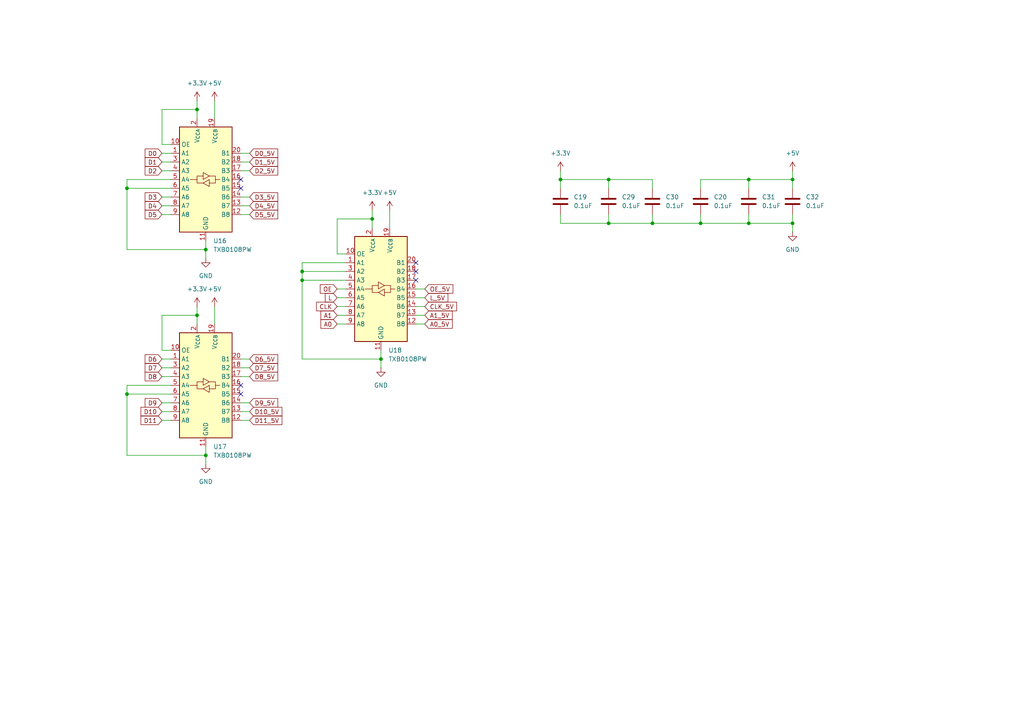
<source format=kicad_sch>
(kicad_sch (version 20250114) (generator "eeschema") (generator_version "9.0")
  (paper "A4")
  (lib_symbols
    (symbol "Device:C" (pin_numbers (hide yes)) (pin_names (offset 0.254))
      (property "Reference" "C" (at 0.635 2.54 0))
      (property "Value" "C" (at 0.635 -2.54 0))
      (symbol "C_0_1"
        (polyline (pts (xy -2.032 0.762) (xy 2.032 0.762)) (stroke (width 0.508)))
        (polyline (pts (xy -2.032 -0.762) (xy 2.032 -0.762)) (stroke (width 0.508)))
      )
      (symbol "C_1_1"
        (pin passive line (at 0 3.81 270) (length 2.794) (name "~") (number "1"))
        (pin passive line (at 0 -3.81 90) (length 2.794) (name "~") (number "2"))
      )
    )
    (symbol "Logic_LevelTranslator:TXB0108PW"
      (property "Reference" "U" (at -6.35 16.51 0))
      (property "Value" "TXB0108PW" (at 3.81 16.51 0))
      (symbol "TXB0108PW_0_1"
        (rectangle (start -7.62 15.24) (end 7.62 -15.24) (stroke (width 0.254)) (fill (type background)))
        (polyline (pts (xy -2.54 0) (xy -2.54 1.016) (xy -0.762 1.016)))
        (polyline (pts (xy -0.762 -1.016) (xy -2.54 -1.016) (xy -2.54 0) (xy -4.572 0)))
        (polyline (pts (xy -0.762 -1.016) (xy 1.016 0) (xy 1.016 -2.032) (xy -0.762 -1.016)))
        (polyline (pts (xy 1.016 1.016) (xy -0.762 0) (xy -0.762 2.032) (xy 1.016 1.016)))
        (polyline (pts (xy 1.016 1.016) (xy 2.794 1.016) (xy 2.794 0) (xy 4.064 0)))
        (polyline (pts (xy 2.794 0) (xy 2.794 -1.016) (xy 1.016 -1.016)))
      )
      (symbol "TXB0108PW_1_1"
        (pin input line (at -10.16 10.16 0) (length 2.54) (name "OE") (number "10"))
        (pin bidirectional line (at -10.16 7.62 0) (length 2.54) (name "A1") (number "1"))
        (pin bidirectional line (at -10.16 5.08 0) (length 2.54) (name "A2") (number "3"))
        (pin bidirectional line (at -10.16 2.54 0) (length 2.54) (name "A3") (number "4"))
        (pin bidirectional line (at -10.16 0 0) (length 2.54) (name "A4") (number "5"))
        (pin bidirectional line (at -10.16 -2.54 0) (length 2.54) (name "A5") (number "6"))
        (pin bidirectional line (at -10.16 -5.08 0) (length 2.54) (name "A6") (number "7"))
        (pin bidirectional line (at -10.16 -7.62 0) (length 2.54) (name "A7") (number "8"))
        (pin bidirectional line (at -10.16 -10.16 0) (length 2.54) (name "A8") (number "9"))
        (pin power_in line (at -2.54 17.78 270) (length 2.54) (name "V_{CCA}") (number "2"))
        (pin power_in line (at 0 -17.78 90) (length 2.54) (name "GND") (number "11"))
        (pin power_in line (at 2.54 17.78 270) (length 2.54) (name "V_{CCB}") (number "19"))
        (pin bidirectional line (at 10.16 7.62 180) (length 2.54) (name "B1") (number "20"))
        (pin bidirectional line (at 10.16 5.08 180) (length 2.54) (name "B2") (number "18"))
        (pin bidirectional line (at 10.16 2.54 180) (length 2.54) (name "B3") (number "17"))
        (pin bidirectional line (at 10.16 0 180) (length 2.54) (name "B4") (number "16"))
        (pin bidirectional line (at 10.16 -2.54 180) (length 2.54) (name "B5") (number "15"))
        (pin bidirectional line (at 10.16 -5.08 180) (length 2.54) (name "B6") (number "14"))
        (pin bidirectional line (at 10.16 -7.62 180) (length 2.54) (name "B7") (number "13"))
        (pin bidirectional line (at 10.16 -10.16 180) (length 2.54) (name "B8") (number "12"))
      )
    )
    (symbol "power:+3.3V" (power) (pin_numbers (hide yes)) (pin_names (offset 0) (hide yes))
      (property "Value" "+3.3V" (at 0 3.556 0))
      (symbol "+3.3V_0_1"
        (polyline (pts (xy -0.762 1.27) (xy 0 2.54)))
        (polyline (pts (xy 0 2.54) (xy 0.762 1.27)))
        (polyline (pts (xy 0 0) (xy 0 2.54)))
      )
      (symbol "+3.3V_1_1"
        (pin power_in line (at 0 0 90) (length 0) (name "~") (number "1"))
      )
    )
    (symbol "power:+5V" (power) (pin_numbers (hide yes)) (pin_names (offset 0) (hide yes))
      (property "Value" "+5V" (at 0 3.556 0))
      (symbol "+5V_0_1"
        (polyline (pts (xy -0.762 1.27) (xy 0 2.54)))
        (polyline (pts (xy 0 2.54) (xy 0.762 1.27)))
        (polyline (pts (xy 0 0) (xy 0 2.54)))
      )
      (symbol "+5V_1_1"
        (pin power_in line (at 0 0 90) (length 0) (name "~") (number "1"))
      )
    )
    (symbol "power:GND" (power) (pin_numbers (hide yes)) (pin_names (offset 0) (hide yes))
      (property "Value" "GND" (at 0 -3.81 0))
      (symbol "GND_0_1"
        (polyline (pts (xy 0 0) (xy 0 -1.27) (xy 1.27 -1.27) (xy 0 -2.54) (xy -1.27 -1.27) (xy 0 -1.27)))
      )
      (symbol "GND_1_1"
        (pin power_in line (at 0 0 270) (length 0) (name "~") (number "1"))
      )
    )
  )
  (junction (at 229.87 64.77))
  (junction (at 59.69 72.39))
  (junction (at 110.49 104.14))
  (junction (at 87.63 81.28))
  (junction (at 36.83 54.61))
  (junction (at 217.17 52.07))
  (junction (at 176.53 64.77))
  (junction (at 107.95 63.5))
  (junction (at 229.87 52.07))
  (junction (at 217.17 64.77))
  (junction (at 57.15 31.75))
  (junction (at 57.15 91.44))
  (junction (at 162.56 52.07))
  (junction (at 59.69 132.08))
  (junction (at 176.53 52.07))
  (junction (at 189.23 64.77))
  (junction (at 87.63 78.74))
  (junction (at 36.83 114.3))
  (junction (at 203.2 64.77))
  (no_connect (at 69.85 111.76))
  (no_connect (at 69.85 54.61))
  (no_connect (at 69.85 114.3))
  (no_connect (at 120.65 81.28))
  (no_connect (at 120.65 78.74))
  (no_connect (at 120.65 76.2))
  (no_connect (at 69.85 52.07))
  (wire (pts (xy 162.56 52.07) (xy 176.53 52.07)))
  (wire (pts (xy 97.79 73.66) (xy 97.79 63.5)))
  (wire (pts (xy 57.15 91.44) (xy 57.15 93.98)))
  (wire (pts (xy 120.65 88.9) (xy 123.19 88.9)))
  (wire (pts (xy 57.15 88.9) (xy 57.15 91.44)))
  (wire (pts (xy 162.56 54.61) (xy 162.56 52.07)))
  (wire (pts (xy 72.39 106.68) (xy 69.85 106.68)))
  (wire (pts (xy 189.23 62.23) (xy 189.23 64.77)))
  (wire (pts (xy 72.39 121.92) (xy 69.85 121.92)))
  (wire (pts (xy 217.17 52.07) (xy 229.87 52.07)))
  (wire (pts (xy 97.79 83.82) (xy 100.33 83.82)))
  (wire (pts (xy 176.53 52.07) (xy 176.53 54.61)))
  (wire (pts (xy 72.39 104.14) (xy 69.85 104.14)))
  (wire (pts (xy 203.2 62.23) (xy 203.2 64.77)))
  (wire (pts (xy 69.85 46.99) (xy 72.39 46.99)))
  (wire (pts (xy 46.99 46.99) (xy 49.53 46.99)))
  (wire (pts (xy 46.99 44.45) (xy 49.53 44.45)))
  (wire (pts (xy 62.23 88.9) (xy 62.23 93.98)))
  (wire (pts (xy 46.99 101.6) (xy 46.99 91.44)))
  (wire (pts (xy 46.99 57.15) (xy 49.53 57.15)))
  (wire (pts (xy 107.95 63.5) (xy 107.95 66.04)))
  (wire (pts (xy 87.63 78.74) (xy 87.63 81.28)))
  (wire (pts (xy 59.69 69.85) (xy 59.69 72.39)))
  (wire (pts (xy 46.99 104.14) (xy 49.53 104.14)))
  (wire (pts (xy 72.39 119.38) (xy 69.85 119.38)))
  (wire (pts (xy 69.85 57.15) (xy 72.39 57.15)))
  (wire (pts (xy 162.56 64.77) (xy 176.53 64.77)))
  (wire (pts (xy 107.95 60.96) (xy 107.95 63.5)))
  (wire (pts (xy 36.83 72.39) (xy 59.69 72.39)))
  (wire (pts (xy 189.23 64.77) (xy 203.2 64.77)))
  (wire (pts (xy 72.39 116.84) (xy 69.85 116.84)))
  (wire (pts (xy 176.53 64.77) (xy 189.23 64.77)))
  (wire (pts (xy 229.87 52.07) (xy 229.87 54.61)))
  (wire (pts (xy 87.63 78.74) (xy 100.33 78.74)))
  (wire (pts (xy 36.83 132.08) (xy 36.83 114.3)))
  (wire (pts (xy 189.23 54.61) (xy 189.23 52.07)))
  (wire (pts (xy 97.79 88.9) (xy 100.33 88.9)))
  (wire (pts (xy 87.63 81.28) (xy 87.63 104.14)))
  (wire (pts (xy 162.56 62.23) (xy 162.56 64.77)))
  (wire (pts (xy 97.79 91.44) (xy 100.33 91.44)))
  (wire (pts (xy 36.83 54.61) (xy 36.83 72.39)))
  (wire (pts (xy 46.99 119.38) (xy 49.53 119.38)))
  (wire (pts (xy 46.99 41.91) (xy 46.99 31.75)))
  (wire (pts (xy 59.69 132.08) (xy 36.83 132.08)))
  (wire (pts (xy 87.63 104.14) (xy 110.49 104.14)))
  (wire (pts (xy 46.99 91.44) (xy 57.15 91.44)))
  (wire (pts (xy 229.87 49.53) (xy 229.87 52.07)))
  (wire (pts (xy 87.63 81.28) (xy 100.33 81.28)))
  (wire (pts (xy 229.87 64.77) (xy 229.87 67.31)))
  (wire (pts (xy 120.65 93.98) (xy 123.19 93.98)))
  (wire (pts (xy 217.17 52.07) (xy 217.17 54.61)))
  (wire (pts (xy 120.65 83.82) (xy 123.19 83.82)))
  (wire (pts (xy 49.53 54.61) (xy 36.83 54.61)))
  (wire (pts (xy 87.63 76.2) (xy 87.63 78.74)))
  (wire (pts (xy 203.2 52.07) (xy 217.17 52.07)))
  (wire (pts (xy 46.99 109.22) (xy 49.53 109.22)))
  (wire (pts (xy 69.85 59.69) (xy 72.39 59.69)))
  (wire (pts (xy 69.85 62.23) (xy 72.39 62.23)))
  (wire (pts (xy 97.79 63.5) (xy 107.95 63.5)))
  (wire (pts (xy 120.65 86.36) (xy 123.19 86.36)))
  (wire (pts (xy 62.23 29.21) (xy 62.23 34.29)))
  (wire (pts (xy 49.53 101.6) (xy 46.99 101.6)))
  (wire (pts (xy 69.85 49.53) (xy 72.39 49.53)))
  (wire (pts (xy 203.2 64.77) (xy 217.17 64.77)))
  (wire (pts (xy 36.83 111.76) (xy 49.53 111.76)))
  (wire (pts (xy 217.17 64.77) (xy 229.87 64.77)))
  (wire (pts (xy 176.53 62.23) (xy 176.53 64.77)))
  (wire (pts (xy 57.15 29.21) (xy 57.15 31.75)))
  (wire (pts (xy 49.53 41.91) (xy 46.99 41.91)))
  (wire (pts (xy 176.53 52.07) (xy 189.23 52.07)))
  (wire (pts (xy 217.17 62.23) (xy 217.17 64.77)))
  (wire (pts (xy 110.49 106.68) (xy 110.49 104.14)))
  (wire (pts (xy 36.83 114.3) (xy 49.53 114.3)))
  (wire (pts (xy 49.53 52.07) (xy 36.83 52.07)))
  (wire (pts (xy 46.99 121.92) (xy 49.53 121.92)))
  (wire (pts (xy 46.99 62.23) (xy 49.53 62.23)))
  (wire (pts (xy 46.99 106.68) (xy 49.53 106.68)))
  (wire (pts (xy 203.2 52.07) (xy 203.2 54.61)))
  (wire (pts (xy 97.79 86.36) (xy 100.33 86.36)))
  (wire (pts (xy 120.65 91.44) (xy 123.19 91.44)))
  (wire (pts (xy 162.56 49.53) (xy 162.56 52.07)))
  (wire (pts (xy 100.33 76.2) (xy 87.63 76.2)))
  (wire (pts (xy 59.69 129.54) (xy 59.69 132.08)))
  (wire (pts (xy 46.99 31.75) (xy 57.15 31.75)))
  (wire (pts (xy 57.15 31.75) (xy 57.15 34.29)))
  (wire (pts (xy 100.33 73.66) (xy 97.79 73.66)))
  (wire (pts (xy 46.99 59.69) (xy 49.53 59.69)))
  (wire (pts (xy 46.99 49.53) (xy 49.53 49.53)))
  (wire (pts (xy 113.03 60.96) (xy 113.03 66.04)))
  (wire (pts (xy 72.39 109.22) (xy 69.85 109.22)))
  (wire (pts (xy 229.87 64.77) (xy 229.87 62.23)))
  (wire (pts (xy 46.99 116.84) (xy 49.53 116.84)))
  (wire (pts (xy 36.83 114.3) (xy 36.83 111.76)))
  (wire (pts (xy 36.83 52.07) (xy 36.83 54.61)))
  (wire (pts (xy 110.49 101.6) (xy 110.49 104.14)))
  (wire (pts (xy 59.69 72.39) (xy 59.69 74.93)))
  (wire (pts (xy 97.79 93.98) (xy 100.33 93.98)))
  (wire (pts (xy 69.85 44.45) (xy 72.39 44.45)))
  (wire (pts (xy 59.69 132.08) (xy 59.69 134.62)))
  (global_label "D5_5V" (shape input) (at 72.39 62.23 0) (property "Intersheetrefs" "${INTERSHEET_REFS}" (effects (hide yes))))
  (global_label "D3_5V" (shape input) (at 72.39 57.15 0) (property "Intersheetrefs" "${INTERSHEET_REFS}" (effects (hide yes))))
  (global_label "D6" (shape input) (at 46.99 104.14 180) (property "Intersheetrefs" "${INTERSHEET_REFS}" (effects (hide yes))))
  (global_label "D7_5V" (shape input) (at 72.39 106.68 0) (property "Intersheetrefs" "${INTERSHEET_REFS}" (effects (hide yes))))
  (global_label "D10" (shape input) (at 46.99 119.38 180) (property "Intersheetrefs" "${INTERSHEET_REFS}" (effects (hide yes))))
  (global_label "D5" (shape input) (at 46.99 62.23 180) (property "Intersheetrefs" "${INTERSHEET_REFS}" (effects (hide yes))))
  (global_label "D6_5V" (shape input) (at 72.39 104.14 0) (property "Intersheetrefs" "${INTERSHEET_REFS}" (effects (hide yes))))
  (global_label "D8" (shape input) (at 46.99 109.22 180) (property "Intersheetrefs" "${INTERSHEET_REFS}" (effects (hide yes))))
  (global_label "D0" (shape input) (at 46.99 44.45 180) (property "Intersheetrefs" "${INTERSHEET_REFS}" (effects (hide yes))))
  (global_label "L_5V" (shape input) (at 123.19 86.36 0) (property "Intersheetrefs" "${INTERSHEET_REFS}" (effects (hide yes))))
  (global_label "A1_5V" (shape input) (at 123.19 91.44 0) (property "Intersheetrefs" "${INTERSHEET_REFS}" (effects (hide yes))))
  (global_label "D3" (shape input) (at 46.99 57.15 180) (property "Intersheetrefs" "${INTERSHEET_REFS}" (effects (hide yes))))
  (global_label "D9" (shape input) (at 46.99 116.84 180) (property "Intersheetrefs" "${INTERSHEET_REFS}" (effects (hide yes))))
  (global_label "D7" (shape input) (at 46.99 106.68 180) (property "Intersheetrefs" "${INTERSHEET_REFS}" (effects (hide yes))))
  (global_label "D1_5V" (shape input) (at 72.39 46.99 0) (property "Intersheetrefs" "${INTERSHEET_REFS}" (effects (hide yes))))
  (global_label "OE" (shape input) (at 97.79 83.82 180) (property "Intersheetrefs" "${INTERSHEET_REFS}" (effects (hide yes))))
  (global_label "A0" (shape input) (at 97.79 93.98 180) (property "Intersheetrefs" "${INTERSHEET_REFS}" (effects (hide yes))))
  (global_label "D10_5V" (shape input) (at 72.39 119.38 0) (property "Intersheetrefs" "${INTERSHEET_REFS}" (effects (hide yes))))
  (global_label "D0_5V" (shape input) (at 72.39 44.45 0) (property "Intersheetrefs" "${INTERSHEET_REFS}" (effects (hide yes))))
  (global_label "D4_5V" (shape input) (at 72.39 59.69 0) (property "Intersheetrefs" "${INTERSHEET_REFS}" (effects (hide yes))))
  (global_label "CLK" (shape input) (at 97.79 88.9 180) (property "Intersheetrefs" "${INTERSHEET_REFS}" (effects (hide yes))))
  (global_label "D11" (shape input) (at 46.99 121.92 180) (property "Intersheetrefs" "${INTERSHEET_REFS}" (effects (hide yes))))
  (global_label "D2_5V" (shape input) (at 72.39 49.53 0) (property "Intersheetrefs" "${INTERSHEET_REFS}" (effects (hide yes))))
  (global_label "D4" (shape input) (at 46.99 59.69 180) (property "Intersheetrefs" "${INTERSHEET_REFS}" (effects (hide yes))))
  (global_label "OE_5V" (shape input) (at 123.19 83.82 0) (property "Intersheetrefs" "${INTERSHEET_REFS}" (effects (hide yes))))
  (global_label "D8_5V" (shape input) (at 72.39 109.22 0) (property "Intersheetrefs" "${INTERSHEET_REFS}" (effects (hide yes))))
  (global_label "D9_5V" (shape input) (at 72.39 116.84 0) (property "Intersheetrefs" "${INTERSHEET_REFS}" (effects (hide yes))))
  (global_label "D11_5V" (shape input) (at 72.39 121.92 0) (property "Intersheetrefs" "${INTERSHEET_REFS}" (effects (hide yes))))
  (global_label "D1" (shape input) (at 46.99 46.99 180) (property "Intersheetrefs" "${INTERSHEET_REFS}" (effects (hide yes))))
  (global_label "A1" (shape input) (at 97.79 91.44 180) (property "Intersheetrefs" "${INTERSHEET_REFS}" (effects (hide yes))))
  (global_label "A0_5V" (shape input) (at 123.19 93.98 0) (property "Intersheetrefs" "${INTERSHEET_REFS}" (effects (hide yes))))
  (global_label "D2" (shape input) (at 46.99 49.53 180) (property "Intersheetrefs" "${INTERSHEET_REFS}" (effects (hide yes))))
  (global_label "CLK_5V" (shape input) (at 123.19 88.9 0) (property "Intersheetrefs" "${INTERSHEET_REFS}" (effects (hide yes))))
  (global_label "L" (shape input) (at 97.79 86.36 180) (property "Intersheetrefs" "${INTERSHEET_REFS}" (effects (hide yes))))
  (symbol (lib_id "power:+3.3V") (at 107.95 60.96 0) (unit 1)
    (property "Reference" "#PWR044" (effects (hide yes)))
    (property "Value" "+3.3V" (at 107.95 55.88 0))
    (property "Description" "Power symbol creates a global label with name \"+3.3V\"" (effects (hide yes)))
  )
  (symbol (lib_id "Device:C") (at 189.23 58.42 0) (unit 1)
    (property "Reference" "C30" (at 193.04 57.1499 0) (effects (justify left)))
    (property "Value" "0.1uF" (at 193.04 59.6899 0) (effects (justify left)))
    (property "Footprint" "Capacitor_SMD:C_0805_2012Metric" (effects (hide yes)))
    (property "Description" "Unpolarized capacitor" (effects (hide yes)))
  )
  (symbol (lib_id "power:GND") (at 110.49 106.68 0) (unit 1)
    (property "Reference" "#PWR045" (effects (hide yes)))
    (property "Value" "GND" (at 110.49 111.76 0))
    (property "Description" "Power symbol creates a global label with name \"GND\" , ground" (effects (hide yes)))
  )
  (symbol (lib_id "power:+5V") (at 113.03 60.96 0) (unit 1)
    (property "Reference" "#PWR046" (effects (hide yes)))
    (property "Value" "+5V" (at 113.03 55.88 0))
    (property "Description" "Power symbol creates a global label with name \"+5V\"" (effects (hide yes)))
  )
  (symbol (lib_id "power:+3.3V") (at 162.56 49.53 0) (unit 1)
    (property "Reference" "#PWR054" (effects (hide yes)))
    (property "Value" "+3.3V" (at 162.56 44.45 0))
    (property "Description" "Power symbol creates a global label with name \"+3.3V\"" (effects (hide yes)))
  )
  (symbol (lib_id "Device:C") (at 162.56 58.42 0) (unit 1)
    (property "Reference" "C19" (at 166.37 57.1499 0) (effects (justify left)))
    (property "Value" "0.1uF" (at 166.37 59.6899 0) (effects (justify left)))
    (property "Footprint" "Capacitor_SMD:C_0805_2012Metric" (effects (hide yes)))
    (property "Description" "Unpolarized capacitor" (effects (hide yes)))
  )
  (symbol (lib_id "Logic_LevelTranslator:TXB0108PW") (at 59.69 52.07 0) (unit 1)
    (property "Reference" "U16" (at 61.8333 69.85 0) (effects (justify left)))
    (property "Value" "TXB0108PW" (at 61.8333 72.39 0) (effects (justify left)))
    (property "Footprint" "Package_SO:TSSOP-20_4.4x6.5mm_P0.65mm" (effects (hide yes)))
    (property "Datasheet" "http://www.ti.com/lit/ds/symlink/txb0108.pdf" (effects (hide yes)))
    (property "Description" "8-Bit Bidirectional Voltage-Level Translator, Auto Direction Sensing and ±15-kV ESD Protection, 1.2 - 3.6V APort, 1.65 - 5.5V BPort, TSSOP-20" (effects (hide yes)))
  )
  (symbol (lib_id "power:+3.3V") (at 57.15 29.21 0) (unit 1)
    (property "Reference" "#PWR038" (effects (hide yes)))
    (property "Value" "+3.3V" (at 57.15 24.13 0))
    (property "Description" "Power symbol creates a global label with name \"+3.3V\"" (effects (hide yes)))
  )
  (symbol (lib_id "power:+5V") (at 62.23 88.9 0) (unit 1)
    (property "Reference" "#PWR043" (effects (hide yes)))
    (property "Value" "+5V" (at 62.23 83.82 0))
    (property "Description" "Power symbol creates a global label with name \"+5V\"" (effects (hide yes)))
  )
  (symbol (lib_id "power:+3.3V") (at 57.15 88.9 0) (unit 1)
    (property "Reference" "#PWR041" (effects (hide yes)))
    (property "Value" "+3.3V" (at 57.15 83.82 0))
    (property "Description" "Power symbol creates a global label with name \"+3.3V\"" (effects (hide yes)))
  )
  (symbol (lib_id "Logic_LevelTranslator:TXB0108PW") (at 110.49 83.82 0) (unit 1)
    (property "Reference" "U18" (at 112.6333 101.6 0) (effects (justify left)))
    (property "Value" "TXB0108PW" (at 112.6333 104.14 0) (effects (justify left)))
    (property "Footprint" "Package_SO:TSSOP-20_4.4x6.5mm_P0.65mm" (effects (hide yes)))
    (property "Datasheet" "http://www.ti.com/lit/ds/symlink/txb0108.pdf" (effects (hide yes)))
    (property "Description" "8-Bit Bidirectional Voltage-Level Translator, Auto Direction Sensing and ±15-kV ESD Protection, 1.2 - 3.6V APort, 1.65 - 5.5V BPort, TSSOP-20" (effects (hide yes)))
  )
  (symbol (lib_id "power:+5V") (at 229.87 49.53 0) (unit 1)
    (property "Reference" "#PWR053" (effects (hide yes)))
    (property "Value" "+5V" (at 229.87 44.45 0))
    (property "Description" "Power symbol creates a global label with name \"+5V\"" (effects (hide yes)))
  )
  (symbol (lib_id "power:GND") (at 229.87 67.31 0) (unit 1)
    (property "Reference" "#PWR052" (effects (hide yes)))
    (property "Value" "GND" (at 229.87 72.39 0))
    (property "Description" "Power symbol creates a global label with name \"GND\" , ground" (effects (hide yes)))
  )
  (symbol (lib_id "Logic_LevelTranslator:TXB0108PW") (at 59.69 111.76 0) (unit 1)
    (property "Reference" "U17" (at 61.8333 129.54 0) (effects (justify left)))
    (property "Value" "TXB0108PW" (at 61.8333 132.08 0) (effects (justify left)))
    (property "Footprint" "Package_SO:TSSOP-20_4.4x6.5mm_P0.65mm" (effects (hide yes)))
    (property "Datasheet" "http://www.ti.com/lit/ds/symlink/txb0108.pdf" (effects (hide yes)))
    (property "Description" "8-Bit Bidirectional Voltage-Level Translator, Auto Direction Sensing and ±15-kV ESD Protection, 1.2 - 3.6V APort, 1.65 - 5.5V BPort, TSSOP-20" (effects (hide yes)))
  )
  (symbol (lib_id "power:GND") (at 59.69 74.93 0) (unit 1)
    (property "Reference" "#PWR040" (effects (hide yes)))
    (property "Value" "GND" (at 59.69 80.01 0))
    (property "Description" "Power symbol creates a global label with name \"GND\" , ground" (effects (hide yes)))
  )
  (symbol (lib_id "Device:C") (at 217.17 58.42 0) (unit 1)
    (property "Reference" "C31" (at 220.98 57.1499 0) (effects (justify left)))
    (property "Value" "0.1uF" (at 220.98 59.6899 0) (effects (justify left)))
    (property "Footprint" "Capacitor_SMD:C_0805_2012Metric" (effects (hide yes)))
    (property "Description" "Unpolarized capacitor" (effects (hide yes)))
  )
  (symbol (lib_id "power:GND") (at 59.69 134.62 0) (unit 1)
    (property "Reference" "#PWR042" (effects (hide yes)))
    (property "Value" "GND" (at 59.69 139.7 0))
    (property "Description" "Power symbol creates a global label with name \"GND\" , ground" (effects (hide yes)))
  )
  (symbol (lib_id "Device:C") (at 229.87 58.42 0) (unit 1)
    (property "Reference" "C32" (at 233.68 57.1499 0) (effects (justify left)))
    (property "Value" "0.1uF" (at 233.68 59.6899 0) (effects (justify left)))
    (property "Footprint" "Capacitor_SMD:C_0805_2012Metric" (effects (hide yes)))
    (property "Description" "Unpolarized capacitor" (effects (hide yes)))
  )
  (symbol (lib_id "Device:C") (at 203.2 58.42 0) (unit 1)
    (property "Reference" "C20" (at 207.01 57.1499 0) (effects (justify left)))
    (property "Value" "0.1uF" (at 207.01 59.6899 0) (effects (justify left)))
    (property "Footprint" "Capacitor_SMD:C_0805_2012Metric" (effects (hide yes)))
    (property "Description" "Unpolarized capacitor" (effects (hide yes)))
  )
  (symbol (lib_id "Device:C") (at 176.53 58.42 0) (unit 1)
    (property "Reference" "C29" (at 180.34 57.1499 0) (effects (justify left)))
    (property "Value" "0.1uF" (at 180.34 59.6899 0) (effects (justify left)))
    (property "Footprint" "Capacitor_SMD:C_0805_2012Metric" (effects (hide yes)))
    (property "Description" "Unpolarized capacitor" (effects (hide yes)))
  )
  (symbol (lib_id "power:+5V") (at 62.23 29.21 0) (unit 1)
    (property "Reference" "#PWR039" (effects (hide yes)))
    (property "Value" "+5V" (at 62.23 24.13 0))
    (property "Description" "Power symbol creates a global label with name \"+5V\"" (effects (hide yes)))
  )
)
</source>
